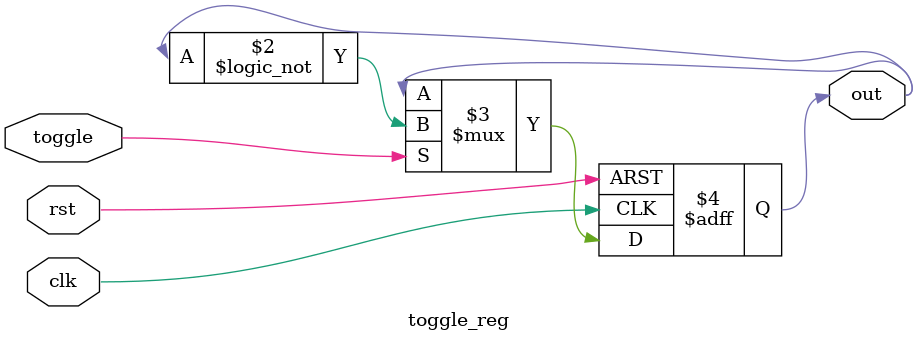
<source format=v>
module toggle_reg(input rst, clk, toggle, output reg out);

always @(posedge clk or posedge rst) begin
    if (rst) begin
        out <= 0;
    end else begin
        out <= toggle ? !out : out;
    end
end

endmodule
</source>
